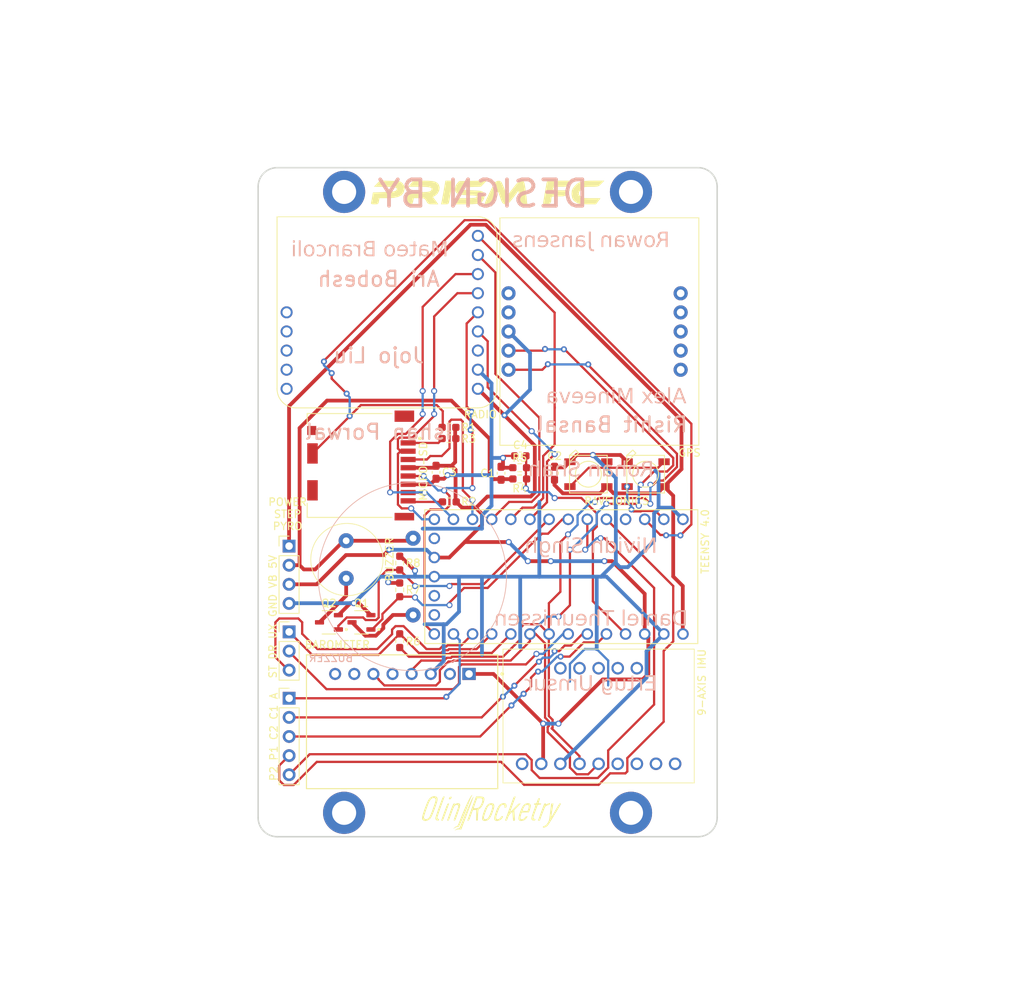
<source format=kicad_pcb>
(kicad_pcb (version 20221018) (generator pcbnew)
  (layers (0 "F.Cu" signal) (31 "B.Cu" signal) (34 "B.Paste" user) (35 "F.Paste" user) (36 "B.SilkS" user "B.Silkscreen") (37 "F.SilkS" user "F.Silkscreen") (38 "B.Mask" user) (39 "F.Mask" user) (44 "Edge.Cuts" user))
  (net 0 "")
  (net 1 "GND")
  (net 2 "/PYRO 1")
  (net 3 "/PYRO 2")
  (net 4 "/CONT 1")
  (net 5 "/CONT 2")
  (net 6 "/ARM")
  (net 7 "Net-(J1-DAT2)")
  (net 8 "/MISO")
  (net 9 "/BUZZER 1")
  (net 10 "/SD_CS")
  (net 16 "/3.3V")
  (net 19 "/VBAT")
  (net 23 "/BUZZER 2")
  (net 26 "/SD_SCK")
  (net 27 "/MOSI")
  (net 28 "/5V")
  (net 29 "Net-(J1-DAT1)")
  (net 30 "/STEP")
  (net 31 "/DIR")
  (net 36 "/V_Mon")
  (net 37 "/Radio_RST")
  (net 38 "/CS 1")
  (net 39 "/RX 5")
  (net 41 "/NEOPIXEL")
  (net 51 "Net-(D3-DIN)")
  (net 52 "/SDA")
  (net 53 "/SCL")
  (net 55 "/SD_DETECT")
  (net 60 "Net-(R6-Pad1)")
  (net 61 "/UART")
  (net 62 "Net-(U5-N)")
  (net 63 "Net-(U6-N)")
  (footprint "Resistor_SMD:R_0603_1608Metric_Pad0.98x0.95mm_HandSolder" (layer "F.Cu") (at 125.984 106.172 -90)
    (fp_text reference "R7")
    (fp_text value "10k")
  )
  (footprint "rocketry_footprints:HRS_DM3CS-SF" (layer "F.Cu") (at 120.75 89.85 90)
    (fp_text reference "J1" hide)
    (fp_text value "Micro_SD_Card_Det_Hirose_DM3AT" hide)
  )
  (footprint "MountingHole:MountingHole_3.2mm_M3_DIN965_Pad_TopBottom" (layer "F.Cu") (at 156.7 53.3)
    (fp_text reference "H2" hide)
    (fp_text value "MountingHole" hide)
  )
  (footprint "rocketry_footprints:Adafruit_Industries-3966-MFG" (layer "F.Cu") (at 126.3 123.698 180)
    (fp_text reference "U3" hide)
    (fp_text value "3966" hide)
  )
  (footprint "rocketry_footprints:SOT95P280X125-3N" (layer "F.Cu") (at 120.904 110.49 180)
    (fp_text reference "Q1")
    (fp_text value "AO3400A")
  )
  (footprint "Connector_PinHeader_2.54mm:PinHeader_1x05_P2.54mm_Vertical" (layer "F.Cu") (at 111.3 120.58)
    (fp_text reference "Pyro1" hide)
    (fp_text value "Conn_01x05_Socket" hide)
  )
  (footprint "MountingHole:MountingHole_3.2mm_M3_DIN965_Pad_TopBottom" (layer "F.Cu") (at 118.6 135.8)
    (fp_text reference "H3" hide)
    (fp_text value "MountingHole" hide)
  )
  (footprint "Capacitor_SMD:C_0603_1608Metric_Pad1.08x0.95mm_HandSolder" (layer "F.Cu") (at 130.81 90.547 90)
    (fp_text reference "C3")
    (fp_text value "0.1uf" hide)
  )
  (footprint "MountingHole:MountingHole_3.2mm_M3_DIN965_Pad_TopBottom" (layer "F.Cu") (at 156.7 135.8)
    (fp_text reference "H4" hide)
    (fp_text value "MountingHole" hide)
  )
  (footprint "rocketry_footprints:CMI-9605-1280T" (layer "F.Cu") (at 118.872 102.148 -90)
    (fp_text reference "U6" hide)
    (fp_text value "CMI-9605-1280T" hide)
  )
  (footprint "rocketry_footprints:RFM69HCW_Breakout" (layer "F.Cu") (at 124.3 69.3)
    (fp_text reference "U4" hide)
    (fp_text value "RFM69HCW_Breakout" hide)
  )
  (footprint "Resistor_SMD:R_0603_1608Metric_Pad0.98x0.95mm_HandSolder" (layer "F.Cu") (at 125.984 112.9265 90)
    (fp_text reference "R6")
    (fp_text value "1k" hide)
  )
  (footprint "LOGO" (layer "F.Cu") (at 137.506882 53.550235)
    (fp_text reference "")
    (fp_text value "LOGO" hide)
  )
  (footprint "rocketry_footprints:IMU MIni" (layer "F.Cu") (at 152.4 122.936)
    (fp_text reference "J3" hide)
    (fp_text value "3387" hide)
  )
  (footprint "LOGO" (layer "F.Cu") (at 138.073368 135.600562)
    (fp_text reference "G***" hide)
    (fp_text value "LOGO" hide)
  )
  (footprint "Resistor_SMD:R_0603_1608Metric_Pad0.98x0.95mm_HandSolder" (layer "F.Cu") (at 132.525 86.072 180)
    (fp_text reference "R3")
    (fp_text value "10k" hide)
  )
  (footprint "Resistor_SMD:R_0603_1608Metric_Pad0.98x0.95mm_HandSolder" (layer "F.Cu") (at 132.525 84.582)
    (fp_text reference "R1")
    (fp_text value "10k" hide)
  )
  (footprint "rocketry_footprints:MODULE_DEV-15583" (layer "F.Cu") (at 147.09 104.42 -90)
    (fp_text reference "U1" hide)
    (fp_text value "Teensy4.0" hide)
  )
  (footprint "rocketry_footprints:GPS-14414" (layer "F.Cu") (at 151.7365 71.977 -90)
    (fp_text reference "U2" hide)
    (fp_text value "GPS-14414" hide)
  )
  (footprint "rocketry_footprints:SOT95P280X125-3N" (layer "F.Cu") (at 116.586 110.49 180)
    (fp_text reference "Q2")
    (fp_text value "AO3400A" hide)
  )
  (footprint "Connector_PinHeader_2.54mm:PinHeader_1x04_P2.54mm_Vertical" (layer "F.Cu") (at 111.29 100.36)
    (fp_text reference "Power1" hide)
    (fp_text value "Conn_01x04_Socket" hide)
  )
  (footprint "Resistor_SMD:R_0603_1608Metric_Pad0.98x0.95mm_HandSolder" (layer "F.Cu") (at 132.575 94.488)
    (fp_text reference "R2")
    (fp_text value "10k" hide)
  )
  (footprint "rocketry_footprints:WS2812B" (layer "F.Cu") (at 151.04 90.804)
    (fp_text reference "D3" hide)
    (fp_text value "WS2812B" hide)
  )
  (footprint "Resistor_SMD:R_0603_1608Metric_Pad0.98x0.95mm_HandSolder" (layer "F.Cu") (at 125.984 102.616 -90)
    (fp_text reference "R8")
    (fp_text value "10k")
  )
  (footprint "Resistor_SMD:R_0603_1608Metric_Pad0.98x0.95mm_HandSolder" (layer "F.Cu") (at 141.917 89.944 180)
    (fp_text reference "R5")
    (fp_text value "15k" hide)
  )
  (footprint "MountingHole:MountingHole_3.2mm_M3_DIN965_Pad_TopBottom" (layer "F.Cu") (at 118.6 53.3)
    (fp_text reference "H1" hide)
    (fp_text value "MountingHole" hide)
  )
  (footprint "Connector_PinHeader_2.54mm:PinHeader_1x03_P2.54mm_Vertical" (layer "F.Cu") (at 111.3 111.76)
    (fp_text reference "Stepper1" hide)
    (fp_text value "Conn_01x03_Socket" hide)
  )
  (footprint "rocketry_footprints:WS2812B" (layer "F.Cu") (at 158.64 90.804)
    (fp_text reference "D5" hide)
    (fp_text value "WS2812B" hide)
  )
  (footprint "Capacitor_SMD:C_0603_1608Metric" (layer "F.Cu") (at 142 88.37)
    (fp_text reference "C4")
    (fp_text value "10uf" hide)
  )
  (footprint "Resistor_SMD:R_0603_1608Metric_Pad0.98x0.95mm_HandSolder" (layer "F.Cu") (at 141.923 91.44)
    (fp_text reference "R4")
    (fp_text value "56k" hide)
  )
  (footprint "Capacitor_SMD:C_0603_1608Metric_Pad1.08x0.95mm_HandSolder" (layer "F.Cu") (at 139.446 90.678 90)
    (fp_text reference "C1")
    (fp_text value "0.1uf" hide)
  )
  (footprint "Capacitor_SMD:C_0603_1608Metric_Pad1.08x0.95mm_HandSolder" (layer "F.Cu") (at 146.54 90.679 -90)
    (fp_text reference "C2")
    (fp_text value "0.1uf" hide)
  )
  (footprint "rocketry_footprints:CT25E-16T150-1" (layer "B.Cu") (at 127.762 104.414 -90)
    (fp_text reference "U5" hide)
    (fp_text value "CT25E-16T150-1" hide)
  )
  (gr_line (start 168.14 136.435) (end 168.14 52.615) (stroke (width 0.2)) (layer "Edge.Cuts"))
  (gr_line (start 109.72 138.975) (end 165.6 138.975) (stroke (width 0.2)) (layer "Edge.Cuts"))
  (gr_arc (start 168.14 136.435) (mid 167.396051 138.231051) (end 165.6 138.975) (stroke (width 0.2)) (layer "Edge.Cuts"))
  (gr_line (start 107.18 52.615) (end 107.18 136.435) (stroke (width 0.2)) (layer "Edge.Cuts"))
  (gr_line (start 165.6 50.075) (end 109.72 50.075) (stroke (width 0.2)) (layer "Edge.Cuts"))
  (gr_arc (start 107.18 52.615) (mid 107.923949 50.818949) (end 109.72 50.075) (stroke (width 0.2)) (layer "Edge.Cuts"))
  (gr_arc (start 165.6 50.075) (mid 167.396051 50.818949) (end 168.14 52.615) (stroke (width 0.2)) (layer "Edge.Cuts"))
  (gr_arc (start 109.72 138.975) (mid 107.923949 138.231051) (end 107.18 136.435) (stroke (width 0.2)) (layer "Edge.Cuts"))
  (gr_text "Ertug Umsur" (at 151.384 119.888) (layer "B.SilkS") (effects (font (size 2 2)) (justify bottom mirror)))
  (gr_text "Daniel Theunissen" (at 151.384 111.252) (layer "B.SilkS") (effects (font (size 2 2)) (justify bottom mirror)))
  (gr_text "Mateo Brancoli" (at 122 62.19) (layer "B.SilkS") (effects (font (size 2 2)) (justify bottom mirror)))
  (gr_text "Ishan Porwal" (at 123.19 86.36) (layer "B.SilkS") (effects (font (size 2 2) (thickness 0.3)) (justify bottom mirror)))
  (gr_text "Rowan Jansens" (at 151.384 60.96) (layer "B.SilkS") (effects (font (size 2 2)) (justify bottom mirror)))
  (gr_text "Nividh Singh" (at 151.384 101.6) (layer "B.SilkS") (effects (font (size 2 2)) (justify bottom mirror)))
  (gr_text "Rohan Shah" (at 151.384 91.44) (layer "B.SilkS") (effects (font (size 2 2)) (justify bottom mirror)))
  (gr_text "Alex Mineeva" (at 154.72 81.72) (layer "B.SilkS") (effects (font (size 2 2)) (justify bottom mirror)))
  (gr_text "BUZZER" (at 119.888 115.824) (layer "B.SilkS") (effects (font (size 1 1)) (justify left bottom mirror)))
  (gr_text "DESIGN BY" (at 151.39 55.59) (layer "B.SilkS") (effects (font (size 3.5 3.5) (thickness 0.5)) (justify left bottom mirror)))
  (gr_text "Jojo Liu" (at 123.19 76.2) (layer "B.SilkS") (effects (font (size 2 2) (thickness 0.3)) (justify bottom mirror)))
  (gr_text "Ari Bobesh" (at 123.19 66.04) (layer "B.SilkS") (effects (font (size 2 2) (thickness 0.3)) (justify bottom mirror)))
  (gr_text "Rishit Bansal" (at 154.15 85.39) (layer "B.SilkS") (effects (font (size 2 2) (thickness 0.3)) (justify bottom mirror)))
  (gr_text "ST DR UX\n" (at 109.728 114.3 90) (layer "F.SilkS") (effects (font (size 1 1)) (justify bottom)))
  (gr_text "9-AXIS IMU" (at 166.7 123 90) (layer "F.SilkS") (effects (font (size 1 1)) (justify left bottom)))
  (gr_text "RAVEIONICS\n" (at 150.39 94.954) (layer "F.SilkS") (effects (font (size 1 1)) (justify left bottom)))
  (gr_text "GPS" (at 162.9 88.55) (layer "F.SilkS") (effects (font (size 1 1)) (justify left bottom)))
  (gr_text "BAROMETER" (at 113.284 114.046) (layer "F.SilkS") (effects (font (size 1 1)) (justify left bottom)))
  (gr_text "GND VB 5V" (at 109.728 105.664 90) (layer "F.SilkS") (effects (font (size 1 1)) (justify bottom)))
  (gr_text "TEENSY 4.0" (at 167.132 104.14 90) (layer "F.SilkS") (effects (font (size 1 1)) (justify left bottom)))
  (gr_text "POWER\nSTEP\nPYRO" (at 111.09 98.31) (layer "F.SilkS") (effects (font (size 1 1)) (justify bottom)))
  (gr_text "P2 P1 C2 C1 A" (at 109.85 125.7 90) (layer "F.SilkS") (effects (font (size 1 1)) (justify bottom)))
  (gr_text "RADIO" (at 134.4 83.45) (layer "F.SilkS") (effects (font (size 1 1)) (justify left bottom)))
  (gr_text "MICRO-SD" (at 129.7 94.45 90) (layer "F.SilkS") (effects (font (size 1 1)) (justify left bottom)))
  (gr_text "BUZZER" (at 125.222 105.156 90) (layer "F.SilkS") (effects (font (size 1 1)) (justify left bottom)))
  (segment (start 130.81 91.4095) (end 131.8565 91.4095) (width 0.5) (layer "F.Cu") (net 1))
  (segment (start 131.8565 91.4095) (end 132.334 90.932) (width 0.5) (layer "F.Cu") (net 1))
  (segment (start 141.225 88.37) (end 139.976 88.37) (width 0.3) (layer "F.Cu") (net 1))
  (segment (start 141.092 89.944) (end 139.728 89.944) (width 0.5) (layer "F.Cu") (net 1))
  (segment (start 126.0875 101.7035) (end 125.984 101.7035) (width 0.5) (layer "F.Cu") (net 1))
  (segment (start 139.728 89.944) (end 139.7 89.916) (width 0.5) (layer "F.Cu") (net 1))
  (segment (start 155.29 88.254) (end 149.49 88.254) (width 0.5) (layer "F.Cu") (net 1))
  (segment (start 156.19 89.154) (end 155.29 88.254) (width 0.5) (layer "F.Cu") (net 1))
  (segment (start 119.888 107.95) (end 119.431 107.95) (width 0.5) (layer "F.Cu") (net 1))
  (segment (start 146.54 89.904) (end 147.84 89.904) (width 0.5) (layer "F.Cu") (net 1))
  (segment (start 119.888 107.95) (end 120.569 107.95) (width 0.5) (layer "F.Cu") (net 1))
  (segment (start 147.84 89.904) (end 148.59 89.154) (width 0.5) (layer "F.Cu") (net 1))
  (segment (start 149.49 88.254) (end 148.59 89.154) (width 0.5) (layer "F.Cu") (net 1))
  (segment (start 130.0695 92.15) (end 127.1 92.15) (width 0.5) (layer "F.Cu") (net 1))
  (segment (start 130.81 91.4095) (end 130.0695 92.15) (width 0.5) (layer "F.Cu") (net 1))
  (segment (start 128.016 103.632) (end 126.0875 101.7035) (width 0.5) (layer "F.Cu") (net 1))
  (segment (start 120.569 107.95) (end 122.159 109.54) (width 0.5) (layer "F.Cu") (net 1))
  (segment (start 119.431 107.95) (end 117.841 109.54) (width 0.5) (layer "F.Cu") (net 1))
  (segment (start 124.46 105.156) (end 124.5635 105.2595) (width 0.5) (layer "F.Cu") (net 1))
  (segment (start 139.7 89.916) (end 139.7 88.646) (width 0.5) (layer "F.Cu") (net 1))
  (segment (start 139.976 88.37) (end 139.7 88.646) (width 0.3) (layer "F.Cu") (net 1))
  (segment (start 124.5635 105.2595) (end 125.984 105.2595) (width 0.5) (layer "F.Cu") (net 1))
  (via (at 124.46 105.156) (size 0.8) (drill 0.5) (layers "F.Cu" "B.Cu") (net 1))
  (via (at 132.334 90.932) (size 0.8) (drill 0.5) (layers "F.Cu" "B.Cu") (net 1))
  (via (at 128.016 103.632) (size 0.8) (drill 0.5) (layers "F.Cu" "B.Cu") (net 1))
  (via (at 139.7 88.646) (size 0.8) (drill 0.5) (layers "F.Cu" "B.Cu") (net 1))
  (via (at 151.638 88.254) (size 0.8) (drill 0.5) (layers "F.Cu" "B.Cu") (net 1))
  (via (at 119.888 107.95) (size 0.8) (drill 0.5) (layers "F.Cu" "B.Cu") (net 1))
  (segment (start 159.845 95.933) (end 160.528 95.25) (width 0.5) (layer "B.Cu") (net 1))
  (segment (start 124.46 104.42) (end 123.418 104.42) (width 0.5) (layer "B.Cu") (net 1))
  (segment (start 153.44 104.42) (end 152.721468 104.42) (width 0.5) (layer "B.Cu") (net 1))
  (segment (start 153.67 115.57) (end 153.67 118.872) (width 0.3) (layer "B.Cu") (net 1))
  (segment (start 155.23 103.16) (end 156.27 103.16) (width 0.5) (layer "B.Cu") (net 1))
  (segment (start 152.146 114.046) (end 153.67 115.57) (width 0.3) (layer "B.Cu") (net 1))
  (segment (start 148.59 116.010305) (end 148.59 118.364) (width 0.3) (layer "B.Cu") (net 1))
  (segment (start 160.362 95.416) (end 159.845 95.933) (width 0.5) (layer "B.Cu") (net 1))
  (segment (start 138.176 88.646) (end 138.176 90.932) (width 0.5) (layer "B.Cu") (net 1))
  (segment (start 161.06 112.04) (end 153.44 104.42) (width 0.5) (layer "B.Cu") (net 1))
  (segment (start 128.016 103.632) (end 128.016 104.42) (width 0.5) (layer "B.Cu") (net 1))
  (segment (start 141.986 104.42) (end 144.526 104.42) (width 0.5) (layer "B.Cu") (net 1))
  (segment (start 130.11 117.348) (end 131.826 115.632) (width 0.5) (layer "B.Cu") (net 1))
  (segment (start 154.605734 102.535734) (end 155.23 103.16) (width 0.5) (layer "B.Cu") (net 1))
  (segment (start 141.986 104.42) (end 141.986 113.792) (width 0.5) (layer "B.Cu") (net 1))
  (segment (start 156.27 103.16) (end 159.766 99.664) (width 0.5) (layer "B.Cu") (net 1))
  (segment (start 162.05 95.25) (end 163.6 96.8) (width 0.5) (layer "B.Cu") (net 1))
  (segment (start 138.176 78.731) (end 138.176 88.646) (width 0.5) (layer "B.Cu") (net 1))
  (segment (start 130.58 104.42) (end 128.016 104.42) (width 0.5) (layer "B.Cu") (net 1))
  (segment (start 136.906 98.044) (end 129.032 98.044) (width 0.5) (layer "B.Cu") (net 1))
  (segment (start 128.016 104.42) (end 124.46 104.42) (width 0.5) (layer "B.Cu") (net 1))
  (segment (start 160.528 95.25) (end 162.05 95.25) (width 0.5) (layer "B.Cu") (net 1))
  (segment (start 159.766 99.664) (end 159.766 96.012) (width 0.5) (layer "B.Cu") (net 1))
  (segment (start 136.365 76.92) (end 138.176 78.731) (width 0.5) (layer "B.Cu") (net 1))
  (segment (start 133.858 104.42) (end 130.58 104.42) (width 0.5) (layer "B.Cu") (net 1))
  (segment (start 144.526 104.42) (end 144.526 94.488) (width 0.5) (layer "B.Cu") (net 1))
  (segment (start 151.638 88.254) (end 154.686 91.302) (width 0.5) (layer "B.Cu") (net 1))
  (segment (start 159.766 96.012) (end 159.845 95.933) (width 0.5) (layer "B.Cu") (net 1))
  (segment (start 159.9225 90.3265) (end 160.362 90.766) (width 0.5) (layer "B.Cu") (net 1))
  (segment (start 132.1915 110.744) (end 133.858 109.0775) (width 0.5) (layer "B.Cu") (net 1))
  (segment (start 154.686 91.302) (end 154.686 102.455468) (width 0.5) (layer "B.Cu") (net 1))
  (segment (start 152.146 104.42) (end 152.146 114.046) (width 0.5) (layer "B.Cu") (net 1))
  (segment (start 154.686 102.455468) (end 154.605734 102.535734) (width 0.5) (layer "B.Cu") (net 1))
  (segment (start 132.334 90.932) (end 138.176 90.932) (width 0.5) (layer "B.Cu") (net 1))
  (segment (start 147.32 129.286) (end 158.7625 117.8435) (width 0.5) (layer "B.Cu") (net 1))
  (segment (start 119.888 107.95) (end 111.3 107.95) (width 0.5) (layer "B.Cu") (net 1))
  (segment (start 138.176 90.932) (end 138.176 95.002532) (width 0.5) (layer "B.Cu") (net 1))
  (segment (start 133.858 109.0775) (end 133.858 104.42) (width 0.5) (layer "B.Cu") (net 1))
  (segment (start 124.46 105.156) (end 124.46 104.42) (width 0.5) (layer "B.Cu") (net 1))
  (segment (start 136.906 96.272532) (end 136.906 98.044) (width 0.5) (layer "B.Cu") (net 1))
  (segment (start 123.418 104.42) (end 119.888 107.95) (width 0.5) (layer "B.Cu") (net 1))
  (segment (start 144.526 104.42) (end 152.146 104.42) (width 0.5) (layer "B.Cu") (net 1))
  (segment (start 131.826 110.775) (end 131.795 110.744) (width 0.5) (layer "B.Cu") (net 1))
  (segment (start 152.721468 104.42) (end 154.605734 102.535734) (width 0.5) (layer "B.Cu") (net 1))
  (segment (start 136.906 104.42) (end 141.986 104.42) (width 0.5) (layer "B.Cu") (net 1))
  (segment (start 136.906 104.42) (end 136.906 114.808) (width 0.5) (layer "B.Cu") (net 1))
  (segment (start 139.7 88.646) (end 138.176 88.646) (width 0.5) (layer "B.Cu") (net 1))
  (segment (start 150.554305 114.046) (end 148.59 116.010305) (width 0.3) (layer "B.Cu") (net 1))
  (segment (start 158.7625 117.8435) (end 158.7625 114.3375) (width 0.5) (layer "B.Cu") (net 1))
  (segment (start 131.826 115.632) (end 131.826 110.775) (width 0.5) (layer "B.Cu") (net 1))
  (segment (start 131.795 110.744) (end 129.286 110.744) (width 0.5) (layer "B.Cu") (net 1))
  (segment (start 158.7625 114.3375) (end 161.06 112.04) (width 0.5) (layer "B.Cu") (net 1))
  (segment (start 152.146 104.42) (end 152.721468 104.42) (width 0.5) (layer "B.Cu") (net 1))
  (segment (start 130.58 104.42) (end 136.906 104.42) (width 0.5) (layer "B.Cu") (net 1))
  (segment (start 131.795 110.744) (end 132.1915 110.744) (width 0.5) (layer "B.Cu") (net 1))
  (segment (start 138.176 95.002532) (end 136.906 96.272532) (width 0.5) (layer "B.Cu") (net 1))
  (segment (start 152.146 114.046) (end 150.554305 114.046) (width 0.3) (layer "B.Cu") (net 1))
  (segment (start 160.362 90.766) (end 160.362 95.416) (width 0.5) (layer "B.Cu") (net 1))
  (segment (start 109.982 131.482682) (end 109.982 129.518) (width 0.3) (layer "F.Cu") (net 2))
  (segment (start 139.446 129.032) (end 114.972682 129.032) (width 0.3) (layer "F.Cu") (net 2))
  (segment (start 161.036 123.698) (end 156.21 128.524) (width 0.3) (layer "F.Cu") (net 2))
  (segment (start 142.494 132.08) (end 139.446 129.032) (width 0.3) (layer "F.Cu") (net 2))
  (segment (start 161.036 114.292) (end 161.036 123.698) (width 0.3) (layer "F.Cu") (net 2))
  (segment (start 109.982 129.518) (end 111.3 128.2) (width 0.3) (layer "F.Cu") (net 2))
  (segment (start 111.900682 132.104) (end 110.603318 132.104) (width 0.3) (layer "F.Cu") (net 2))
  (segment (start 155.956 130.556) (end 153.924 130.556) (width 0.3) (layer "F.Cu") (net 2))
  (segment (start 114.972682 129.032) (end 111.900682 132.104) (width 0.3) (layer "F.Cu") (net 2))
  (segment (start 162.306 113.022) (end 161.036 114.292) (width 0.3) (layer "F.Cu") (net 2))
  (segment (start 156.21 130.302) (end 155.956 130.556) (width 0.3) (layer "F.Cu") (net 2))
  (segment (start 110.603318 132.104) (end 109.982 131.482682) (width 0.3) (layer "F.Cu") (net 2))
  (segment (start 156.21 128.524) (end 156.21 130.302) (width 0.3) (layer "F.Cu") (net 2))
  (segment (start 152.4 132.08) (end 142.494 132.08) (width 0.3) (layer "F.Cu") (net 2))
  (segment (start 162.306 105.666) (end 162.306 113.022) (width 0.3) (layer "F.Cu") (net 2))
  (segment (start 153.44 96.8) (end 162.306 105.666) (width 0.3) (layer "F.Cu") (net 2))
  (segment (start 153.924 130.556) (end 152.4 132.08) (width 0.3) (layer "F.Cu") (net 2))
  (segment (start 159.766 105.918) (end 159.766 121.412) (width 0.3) (layer "F.Cu") (net 3))
  (segment (start 153.162 99.314) (end 159.766 105.918) (width 0.3) (layer "F.Cu") (net 3))
  (segment (start 153.67 127.508) (end 153.67 129.794) (width 0.3) (layer "F.Cu") (net 3))
  (segment (start 152.286061 131.177939) (end 144.566591 131.177939) (width 0.3) (layer "F.Cu") (net 3))
  (segment (start 143.51 130.121348) (end 143.51 128.778) (width 0.3) (layer "F.Cu") (net 3))
  (segment (start 159.766 121.412) (end 153.67 127.508) (width 0.3) (layer "F.Cu") (net 3))
  (segment (start 153.67 129.794) (end 152.286061 131.177939) (width 0.3) (layer "F.Cu") (net 3))
  (segment (start 142.748 128.016) (end 114.024 128.016) (width 0.3) (layer "F.Cu") (net 3))
  (segment (start 150.9 100.56) (end 150.9 96.8) (width 0.3) (layer "F.Cu") (net 3))
  (segment (start 150.622 100.838) (end 150.9 100.56) (width 0.3) (layer "F.Cu") (net 3))
  (segment (start 152.654 99.314) (end 153.162 99.314) (width 0.3) (layer "F.Cu") (net 3))
  (segment (start 114.024 128.016) (end 111.3 130.74) (width 0.3) (layer "F.Cu") (net 3))
  (segment (start 143.51 128.778) (end 142.748 128.016) (width 0.3) (layer "F.Cu") (net 3))
  (segment (start 144.566591 131.177939) (end 143.51 130.121348) (width 0.3) (layer "F.Cu") (net 3))
  (via (at 152.654 99.314) (size 0.8) (drill 0.5) (layers "F.Cu" "B.Cu") (net 3))
  (via (at 150.622 100.838) (size 0.8) (drill 0.5) (layers "F.Cu" "B.Cu") (net 3))
  (segment (start 150.622 100.838) (end 152.146 99.314) (width 0.3) (layer "B.Cu") (net 3))
  (segment (start 152.146 99.314) (end 152.654 99.314) (width 0.3) (layer "B.Cu") (net 3))
  (segment (start 139.69 120.37) (end 139.69 120.3) (width 0.3) (layer "F.Cu") (net 4))
  (segment (start 139.62 120.37) (end 139.69 120.37) (width 0.3) (layer "F.Cu") (net 4))
  (segment (start 148.71 113.58) (end 150.25 112.04) (width 0.3) (layer "F.Cu") (net 4))
  (segment (start 144.4 115.72) (end 141.21 118.91) (width 0.3) (layer "F.Cu") (net 4))
  (segment (start 147.89 113.58) (end 148.71 113.58) (width 0.3) (layer "F.Cu") (net 4))
  (segment (start 150.25 112.04) (end 150.9 112.04) (width 0.3) (layer "F.Cu") (net 4))
  (segment (start 147.15 114.32) (end 147.89 113.58) (width 0.3) (layer "F.Cu") (net 4))
  (segment (start 144.47 115.72) (end 144.4 115.72) (width 0.3) (layer "F.Cu") (net 4))
  (segment (start 146.55 114.32) (end 147.15 114.32) (width 0.3) (layer "F.Cu") (net 4))
  (segment (start 136.87 123.12) (end 139.62 120.37) (width 0.3) (layer "F.Cu") (net 4))
  (segment (start 111.3 123.12) (end 136.87 123.12) (width 0.3) (layer "F.Cu") (net 4))
  (segment (start 144.47 115.72) (end 144.46 115.73) (width 0.3) (layer "F.Cu") (net 4))
  (segment (start 139.69 120.3) (end 139.64 120.35) (width 0.3) (layer "F.Cu") (net 4))
  (via (at 144.47 115.72) (size 0.8) (drill 0.4) (layers "F.Cu" "B.Cu") (net 4))
  (via (at 141.21 118.91) (size 0.8) (drill 0.4) (layers "F.Cu" "B.Cu") (net 4))
  (via (at 139.69 120.37) (size 0.8) (drill 0.4) (layers "F.Cu" "B.Cu") (net 4))
  (via (at 146.55 114.32) (size 0.8) (drill 0.4) (layers "F.Cu" "B.Cu") (net 4))
  (segment (start 141.21 118.91) (end 141.04 119.02) (width 0.3) (layer "B.Cu") (net 4))
  (segment (start 139.69 120.37) (end 141.21 118.91) (width 0.3) (layer "B.Cu") (net 4))
  (segment (start 145.926107 115.181) (end 145.009 115.181) (width 0.3) (layer "B.Cu") (net 4))
  (segment (start 146.55 114.32) (end 146.55 114.557107) (width 0.3) (layer "B.Cu") (net 4))
  (segment (start 145.009 115.181) (end 144.47 115.72) (width 0.3) (layer "B.Cu") (net 4))
  (segment (start 146.55 114.557107) (end 145.926107 115.181) (width 0.3) (layer "B.Cu") (net 4))
  (segment (start 131.98 120.58) (end 132.12 120.44) (width 0.3) (layer "F.Cu") (net 5))
  (segment (start 111.3 120.58) (end 131.98 120.58) (width 0.3) (layer "F.Cu") (net 5))
  (via (at 132.178012 120.391202) (size 0.8) (drill 0.4) (layers "F.Cu" "B.Cu") (net 5))
  (segment (start 132.178012 120.391202) (end 133.95 118.619214) (width 0.3) (layer "B.Cu") (net 5))
  (segment (start 133.95 118.619214) (end 133.95 112.87) (width 0.3) (layer "B.Cu") (net 5))
  (segment (start 133.95 112.87) (end 133.12 112.04) (width 0.3) (layer "B.Cu") (net 5))
  (segment (start 140.82 121.53) (end 140.82 121.51) (width 0.3) (layer "F.Cu") (net 6))
  (segment (start 144.23 117.03) (end 144.36 117.03) (width 0.3) (layer "F.Cu") (net 6))
  (segment (start 148.545896 115.044104) (end 150.435 113.155) (width 0.3) (layer "F.Cu") (net 6))
  (segment (start 111.3 125.66) (end 136.67 125.66) (width 0.3) (layer "F.Cu") (net 6))
  (segment (start 143.42 119.01) (end 143.42 117.84) (width 0.3) (layer "F.Cu") (net 6))
  (segment (start 147.345384 115.044104) (end 148.545896 115.044104) (width 0.3) (layer "F.Cu") (net 6))
  (segment (start 140.82 121.51) (end 140.81 121.52) (width 0.3) (layer "F.Cu") (net 6))
  (segment (start 143.42 117.84) (end 144.23 117.03) (width 0.3) (layer "F.Cu") (net 6))
  (segment (start 142.44 119.99) (end 143.42 119.01) (width 0.3) (layer "F.Cu") (net 6))
  (segment (start 150.435 113.155) (end 152.325 113.155) (width 0.3) (layer "F.Cu") (net 6))
  (segment (start 136.67 125.66) (end 140.8 121.53) (width 0.3) (layer "F.Cu") (net 6))
  (segment (start 152.325 113.155) (end 153.44 112.04) (width 0.3) (layer "F.Cu") (net 6))
  (segment (start 140.8 121.53) (end 140.82 121.53) (width 0.3) (layer "F.Cu") (net 6))
  (via (at 142.44 119.99) (size 0.8) (drill 0.4) (layers "F.Cu" "B.Cu") (net 6))
  (via (at 140.82 121.53) (size 0.8) (drill 0.4) (layers "F.Cu" "B.Cu") (net 6))
  (via (at 144.36 117.03) (size 0.8) (drill 0.4) (layers "F.Cu" "B.Cu") (net 6))
  (via (at 147.345384 115.044104) (size 0.8) (drill 0.4) (layers "F.Cu" "B.Cu") (net 6))
  (segment (start 140.82 121.53) (end 142.36 119.99) (width 0.3) (layer "B.Cu") (net 6))
  (segment (start 142.36 119.99) (end 142.44 119.99) (width 0.3) (layer "B.Cu") (net 6))
  (segment (start 144.91 117.03) (end 144.36 117.03) (width 0.3) (layer "B.Cu") (net 6))
  (segment (start 147.345384 115.044104) (end 146.895896 115.044104) (width 0.3) (layer "B.Cu") (net 6))
  (segment (start 142.44 119.99) (end 142.4 119.99) (width 0.3) (layer "B.Cu") (net 6))
  (segment (start 146.895896 115.044104) (end 144.91 117.03) (width 0.3) (layer "B.Cu") (net 6))
  (segment (start 131.122 86.65) (end 131.7 86.072) (width 0.3) (layer "F.Cu") (net 7))
  (segment (start 127.1 86.65) (end 131.122 86.65) (width 0.3) (layer "F.Cu") (net 7))
  (segment (start 130.556 83.058) (end 127.664 85.95) (width 0.3) (layer "F.Cu") (net 8))
  (segment (start 125.75 87.4) (end 126.1 87.75) (width 0.3) (layer "F.Cu") (net 8))
  (segment (start 125.955024 85.95) (end 125.75 86.155024) (width 0.3) (layer "F.Cu") (net 8))
  (segment (start 127.664 85.95) (end 125.955024 85.95) (width 0.3) (layer "F.Cu") (net 8))
  (segment (start 127.508 95.3505) (end 126.255524 95.3505) (width 0.3) (layer "F.Cu") (net 8))
  (segment (start 125.75 94.844976) (end 125.75 88.1) (width 0.3) (layer "F.Cu") (net 8))
  (segment (start 130.556 79.756) (end 130.556 69.85) (width 0.3) (layer "F.Cu") (net 8))
  (segment (start 133.646 66.76) (end 136.365 66.76) (width 0.3) (layer "F.Cu") (net 8))
  (segment (start 130.556 69.85) (end 133.646 66.76) (width 0.3) (layer "F.Cu") (net 8))
  (segment (start 126.1 87.75) (end 127.1 87.75) (width 0.3) (layer "F.Cu") (net 8))
  (segment (start 126.255524 95.3505) (end 125.75 94.844976) (width 0.3) (layer "F.Cu") (net 8))
  (segment (start 125.75 86.155024) (end 125.75 87.4) (width 0.3) (layer "F.Cu") (net 8))
  (segment (start 125.75 88.1) (end 126.1 87.75) (width 0.3) (layer "F.Cu") (net 8))
  (segment (start 130.556 82.804) (end 130.556 83.058) (width 0.3) (layer "F.Cu") (net 8))
  (via (at 130.556 82.804) (size 0.8) (drill 0.5) (layers "F.Cu" "B.Cu") (net 8))
  (via (at 127.508 95.3505) (size 0.8) (drill 0.5) (layers "F.Cu" "B.Cu") (net 8))
  (via (at 130.556 79.756) (size 0.8) (drill 0.5) (layers "F.Cu" "B.Cu") (net 8))
  (segment (start 130.556 82.804) (end 130.556 79.756) (width 0.3) (layer "B.Cu") (net 8))
  (segment (start 130.58 96.8) (end 128.9575 96.8) (width 0.3) (layer "B.Cu") (net 8))
  (segment (start 128.9575 96.8) (end 127.508 95.3505) (width 0.3) (layer "B.Cu") (net 8))
  (segment (start 132.588 107.8625) (end 134.5325 105.918) (width 0.3) (layer "F.Cu") (net 9))
  (segment (start 137.668 105.918) (end 144.872 98.714) (width 0.3) (layer "F.Cu") (net 9))
  (segment (start 122.30924 111.44) (end 122.159 111.44) (width 0.3) (layer "F.Cu") (net 9))
  (segment (start 127.9125 107.0845) (end 125.984 107.0845) (width 0.3) (layer "F.Cu") (net 9))
  (segment (start 123.69 109.3785) (end 123.69 110.05924) (width 0.3) (layer "F.Cu") (net 9))
  (segment (start 147.595 96.8) (end 148.36 96.8) (width 0.3) (layer "F.Cu") (net 9))
  (segment (start 123.69 110.05924) (end 122.30924 111.44) (width 0.3) (layer "F.Cu") (net 9))
  (segment (start 128.016 107.188) (end 127.9125 107.0845) (width 0.3) (layer "F.Cu") (net 9))
  (segment (start 145.681 98.714) (end 147.595 96.8) (width 0.3) (layer "F.Cu") (net 9))
  (segment (start 134.5325 105.918) (end 137.668 105.918) (width 0.3) (layer "F.Cu") (net 9))
  (segment (start 144.872 98.714) (end 145.681 98.714) (width 0.3) (layer "F.Cu") (net 9))
  (segment (start 132.588 108.204) (end 132.588 107.8625) (width 0.3) (layer "F.Cu") (net 9))
  (segment (start 125.984 107.0845) (end 123.69 109.3785) (width 0.3) (layer "F.Cu") (net 9))
  (via (at 132.588 108.204) (size 0.8) (drill 0.5) (layers "F.Cu" "B.Cu") (net 9))
  (via (at 128.016 107.188) (size 0.8) (drill 0.5) (layers "F.Cu" "B.Cu") (net 9))
  (segment (start 129.032 108.204) (end 128.016 107.188) (width 0.3) (layer "B.Cu") (net 9))
  (segment (start 132.588 108.204) (end 129.032 108.204) (width 0.3) (layer "B.Cu") (net 9))
  (segment (start 132.6 83.808) (end 132.6 87.364) (width 0.3) (layer "F.Cu") (net 10))
  (segment (start 135.636 94.234) (end 134.366 92.964) (width 0.3) (layer "F.Cu") (net 10))
  (segment (start 132.842 83.566) (end 132.6 83.808) (width 0.3) (layer "F.Cu") (net 10))
  (segment (start 132.6 87.364) (end 131.572 88.392) (width 0.3) (layer "F.Cu") (net 10))
  (segment (start 134.107704 83.566) (end 132.842 83.566) (width 0.3) (layer "F.Cu") (net 10))
  (segment (start 134.366 83.824296) (end 134.107704 83.566) (width 0.3) (layer "F.Cu") (net 10))
  (segment (start 130.048 88.392) (end 129.59 88.85) (width 0.3) (layer "F.Cu") (net 10))
  (segment (start 131.572 88.392) (end 130.048 88.392) (width 0.3) (layer "F.Cu") (net 10))
  (segment (start 129.59 88.85) (end 127.1 88.85) (width 0.3) (layer "F.Cu") (net 10))
  (segment (start 134.366 92.964) (end 134.366 83.824296) (width 0.3) (layer "F.Cu") (net 10))
  (via (at 135.636 94.234) (size 0.8) (drill 0.5) (layers "F.Cu" "B.Cu") (net 10))
  (segment (start 135.636 94.234) (end 135.636 96.776) (width 0.3) (layer "B.Cu") (net 10))
  (segment (start 135.636 96.776) (end 135.66 96.8) (width 0.3) (layer "B.Cu") (net 10))
  (segment (start 145.034 129.032) (end 144.78 129.286) (width 0.5) (layer "F.Cu") (net 16))
  (segment (start 134.2495 95.25) (end 133.4 94.4005) (width 0.5) (layer "F.Cu") (net 16))
  (segment (start 159.0025 117.329617) (end 159.0025 112.5225) (width 0.5) (layer "F.Cu") (net 16))
  (segment (start 138.43 117.348) (end 135.19 117.348) (width 0.5) (layer "F.Cu") (net 16))
  (segment (start 124.57 100.85) (end 123.87 101.55) (width 0.5) (layer "F.Cu") (net 16))
  (segment (start 143.377472 93.772) (end 137.622 93.772) (width 0.5) (layer "F.Cu") (net 16))
  (segment (start 146.05 102.362) (end 143.002 102.362) (width 0.5) (layer "F.Cu") (net 16))
  (segment (start 133.35 89.199) (end 133.35 84.582) (width 0.5) (layer "F.Cu") (net 16))
  (segment (start 139.875 82.97) (end 139.9 82.97) (width 0.5) (layer "F.Cu") (net 16))
  (segment (start 159.0025 112.5225) (end 158.52 112.04) (width 0.5) (layer "F.Cu") (net 16))
  (segment (start 158.254178 118.077939) (end 159.0025 117.329617) (width 0.5) (layer "F.Cu") (net 16))
  (segment (start 140.462 99.822) (end 134.62 99.822) (width 0.5) (layer "F.Cu") (net 16))
  (segment (start 143.926 93.223472) (end 143.377472 93.772) (width 0.5) (layer "F.Cu") (net 16))
  (segment (start 130.5445 89.95) (end 130.81 89.6845) (width 0.5) (layer "F.Cu") (net 16))
  (segment (start 136.365 79.46) (end 139.875 82.97) (width 0.5) (layer "F.Cu") (net 16))
  (segment (start 133.4 94.4005) (end 133.4 90.22) (width 0.5) (layer "F.Cu") (net 16))
  (segment (start 132.562 101.88) (end 134.62 99.822) (width 0.5) (layer "F.Cu") (net 16))
  (segment (start 145.034 123.952) (end 138.43 117.348) (width 0.5) (layer "F.Cu") (net 16))
  (segment (start 118.85 101.55) (end 114.96 105.44) (width 0.5) (layer "F.Cu") (net 16))
  (segment (start 134.62 99.822) (end 136.906 97.536) (width 0.5) (layer "F.Cu") (net 16))
  (segment (start 143.926 87.021) (end 143.926 93.223472) (width 0.5) (layer "F.Cu") (net 16))
  (segment (start 147.066 123.952) (end 152.940061 118.077939) (width 0.5) (layer "F.Cu") (net 16))
  (segment (start 145.034 123.952) (end 145.034 129.032) (width 0.5) (layer "F.Cu") (net 16))
  (segment (start 137.622 93.772) (end 136.144 95.25) (width 0.5) (layer "F.Cu") (net 16))
  (segment (start 132.8645 89.6845) (end 133.35 89.199) (width 0.5) (layer "F.Cu") (net 16))
  (segment (start 136.906 96.093) (end 136.317 95.504) (width 0.5) (layer "F.Cu") (net 16))
  (segment (start 114.96 105.44) (end 111.29 105.44) (width 0.5) (layer "F.Cu") (net 16))
  (segment (start 136.317 95.504) (end 136.063 95.25) (width 0.5) (layer "F.Cu") (net 16))
  (segment (start 158.52 106.704) (end 158.52 112.04) (width 0.5) (layer "F.Cu") (net 16))
  (segment (start 139.9 82.995) (end 143.598 86.693) (width 0.5) (layer "F.Cu") (net 16))
  (segment (start 152.940061 118.077939) (end 158.254178 118.077939) (width 0.5) (layer "F.Cu") (net 16))
  (segment (start 123.87 101.55) (end 118.85 101.55) (width 0.5) (layer "F.Cu") (net 16))
  (segment (start 136.144 95.25) (end 136.063 95.25) (width 0.5) (layer "F.Cu") (net 16))
  (segment (start 130.58 101.88) (end 132.562 101.88) (width 0.5) (layer "F.Cu") (net 16))
  (segment (start 133.4 90.22) (end 132.8645 89.6845) (width 0.5) (layer "F.Cu") (net 16))
  (segment (start 136.063 95.25) (end 134.2495 95.25) (width 0.5) (layer "F.Cu") (net 16))
  (segment (start 127.1 89.95) (end 130.5445 89.95) (width 0.5) (layer "F.Cu") (net 16))
  (segment (start 139.9 82.97) (end 139.9 82.995) (width 0.5) (layer "F.Cu") (net 16))
  (segment (start 136.906 97.536) (end 136.906 96.093) (width 0.5) (layer "F.Cu") (net 16))
  (segment (start 143.598 86.693) (end 143.926 87.021) (width 0.5) (layer "F.Cu") (net 16))
  (segment (start 132.8645 89.6845) (end 130.81 89.6845) (width 0.5) (layer "F.Cu") (net 16))
  (segment (start 154.178 102.362) (end 158.52 106.704) (width 0.5) (layer "F.Cu") (net 16))
  (segment (start 153.162 102.362) (end 154.178 102.362) (width 0.5) (layer "F.Cu") (net 16))
  (via (at 143.002 102.362) (size 0.8) (drill 0.5) (layers "F.Cu" "B.Cu") (net 16))
  (via (at 140.462 99.822) (size 0.8) (drill 0.5) (layers "F.Cu" "B.Cu") (net 16))
  (via (at 124.57 100.85) (size 0.8) (drill 0.4) (layers "F.Cu" "B.Cu") (net 16))
  (via (at 153.162 102.362) (size 0.8) (drill 0.5) (layers "F.Cu" "B.Cu") (net 16))
  (via (at 147.066 123.952) (size 0.8) (drill 0.5) (layers "F.Cu" "B.Cu") (net 16))
  (via (at 146.05 102.362) (size 0.8) (drill 0.5) (layers "F.Cu" "B.Cu") (net 16))
  (via (at 139.9 82.97) (size 0.8) (drill 0.4) (layers "F.Cu" "B.Cu") (net 16))
  (via (at 145.034 123.952) (size 0.8) (drill 0.5) (layers "F.Cu" "B.Cu") (net 16))
  (segment (start 145.034 123.952) (end 147.066 123.952) (width 0.5) (layer "B.Cu") (net 16))
  (segment (start 143.29 74.7065) (end 140.4335 71.85) (width 0.5) (layer "B.Cu") (net 16))
  (segment (start 139.9 82.97) (end 143.29 79.58) (width 0.5) (layer "B.Cu") (net 16))
  (segment (start 153.162 102.362) (end 146.05 102.362) (width 0.5) (layer "B.Cu") (net 16))
  (segment (start 143.002 102.362) (end 140.462 99.822) (width 0.5) (layer "B.Cu") (net 16))
  (segment (start 129.55 100.85) (end 130.58 101.88) (width 0.5) (layer "B.Cu") (net 16))
  (segment (start 124.57 100.85) (end 129.55 100.85) (width 0.5) (layer "B.Cu") (net 16))
  (segment (start 143.29 79.58) (end 143.29 74.7065) (width 0.5) (layer "B.Cu") (net 16))
  (segment (start 137.922 86.106) (end 137.922 90.932) (width 0.5) (layer "F.Cu") (net 19))
  (segment (start 127.428 99.648) (end 118.872 99.648) (width 0.5) (layer "F.Cu") (net 19))
  (segment (start 127.762 99.314) (end 127.428 99.648) (width 0.5) (layer "F.Cu") (net 19))
  (segment (start 137.922 90.932) (end 138.456 91.466) (width 0.5) (layer "F.Cu") (net 19))
  (segment (start 112.69 102.9) (end 112.69 84.668) (width 0.5) (layer "F.Cu") (net 19))
  (segment (start 132.842 81.026) (end 137.922 86.106) (width 0.5) (layer "F.Cu") (net 19))
  (segment (start 138.456 91.466) (end 141.072 91.466) (width 0.5) (layer "F.Cu") (net 19))
  (segment (start 114.75 103.46) (end 113.25 103.46) (width 0.5) (layer "F.Cu") (net 19))
  (segment (start 113.25 103.46) (end 112.69 102.9) (width 0.5) (layer "F.Cu") (net 19))
  (segment (start 112.69 84.668) (end 116.332 81.026) (width 0.5) (layer "F.Cu") (net 19))
  (segment (start 118.562 99.648) (end 114.75 103.46) (width 0.5) (layer "F.Cu") (net 19))
  (segment (start 116.332 81.026) (end 132.842 81.026) (width 0.5) (layer "F.Cu") (net 19))
  (segment (start 112.69 102.9) (end 111.29 102.9) (width 0.5) (layer "F.Cu") (net 19))
  (segment (start 118.872 99.648) (end 118.562 99.648) (width 0.5) (layer "F.Cu") (net 19))
  (segment (start 128.016 105.5605) (end 125.984 103.5285) (width 0.3) (layer "F.Cu") (net 23))
  (segment (start 117.841 110.954866) (end 117.841 111.44) (width 0.3) (layer "F.Cu") (net 23))
  (segment (start 132.588 105.664) (end 132.842 105.41) (width 0.3) (layer "F.Cu") (net 23))
  (segment (start 121.120866 109.845) (end 118.950866 109.845) (width 0.3) (layer "F.Cu") (net 23))
  (segment (start 132.842 105.41) (end 137.16 105.41) (width 0.3) (layer "F.Cu") (net 23))
  (segment (start 123.19 109.852134) (end 122.857134 110.185) (width 0.3) (layer "F.Cu") (net 23))
  (segment (start 123.19 104.648) (end 123.19 109.852134) (width 0.3) (layer "F.Cu") (net 23))
  (segment (start 121.460866 110.185) (end 121.120866 109.845) (width 0.3) (layer "F.Cu") (net 23))
  (segment (start 125.984 103.5285) (end 124.3095 103.5285) (width 0.3) (layer "F.Cu") (net 23))
  (segment (start 137.16 105.41) (end 145.77 96.8) (width 0.3) (layer "F.Cu") (net 23))
  (segment (start 122.857134 110.185) (end 121.460866 110.185) (width 0.3) (layer "F.Cu") (net 23))
  (segment (start 145.77 96.8) (end 145.82 96.8) (width 0.3) (layer "F.Cu") (net 23))
  (segment (start 124.3095 103.5285) (end 123.19 104.648) (width 0.3) (layer "F.Cu") (net 23))
  (segment (start 128.016 105.664) (end 128.016 105.5605) (width 0.3) (layer "F.Cu") (net 23))
  (segment (start 118.950866 109.845) (end 117.841 110.954866) (width 0.3) (layer "F.Cu") (net 23))
  (via (at 132.588 105.664) (size 0.8) (drill 0.5) (layers "F.Cu" "B.Cu") (net 23))
  (via (at 128.016 105.664) (size 0.8) (drill 0.5) (layers "F.Cu" "B.Cu") (net 23))
  (segment (start 132.588 105.664) (end 128.016 105.664) (width 0.3) (layer "B.Cu") (net 23))
  (segment (start 131.883409 92.964) (end 132.588 93.668591) (width 0.3) (layer "F.Cu") (net 26))
  (segment (start 135.53 82.51) (end 134.874 81.854) (width 0.3) (layer "F.Cu") (net 26))
  (segment (start 132.588 93.668591) (end 132.588 94.996) (width 0.3) (layer "F.Cu") (net 26))
  (segment (start 135.53 82.46) (end 135.53 82.51) (width 0.3) (layer "F.Cu") (net 26))
  (segment (start 134.874 81.854) (end 134.874 70.791) (width 0.3) (layer "F.Cu") (net 26))
  (segment (start 129.286 110.744) (end 129.285 110.745) (width 0.3) (layer "F.Cu") (net 26))
  (segment (start 129.168 91.05) (end 127.1 91.05) (width 0.3) (layer "F.Cu") (net 26))
  (segment (start 135.38 84.93) (end 135.37 84.93) (width 0.3) (layer "F.Cu") (net 26))
  (segment (start 132.08 95.504) (end 130.048 95.504) (width 0.3) (layer "F.Cu") (net 26))
  (segment (start 129.286 96.266) (end 129.286 110.744) (width 0.3) (layer "F.Cu") (net 26))
  (segment (start 130.048 95.504) (end 129.286 96.266) (width 0.3) (layer "F.Cu") (net 26))
  (segment (start 135.37 84.93) (end 135.37 84.93) (width 0.3) (layer "F.Cu") (net 26))
  (segment (start 132.588 94.996) (end 132.08 95.504) (width 0.3) (layer "F.Cu") (net 26))
  (segment (start 134.874 70.791) (end 136.365 69.3) (width 0.3) (layer "F.Cu") (net 26))
  (segment (start 134.874 81.804) (end 135.53 82.46) (width 0.3) (layer "F.Cu") (net 26))
  (segment (start 129.285 110.745) (end 130.58 112.04) (width 0.3) (layer "F.Cu") (net 26))
  (segment (start 135.636 85.196) (end 135.38 84.94) (width 0.3) (layer "F.Cu") (net 26))
  (segment (start 135.38 84.94) (end 135.38 84.93) (width 0.3) (layer "F.Cu") (net 26))
  (segment (start 135.636 92.652591) (end 135.636 85.196) (width 0.3) (layer "F.Cu") (net 26))
  (via (at 131.883409 92.964) (size 0.8) (drill 0.5) (layers "F.Cu" "B.Cu") (net 26))
  (via (at 129.168 91.05) (size 0.8) (drill 0.5) (layers "F.Cu" "B.Cu") (net 26))
  (via (at 135.53 82.51) (size 0.8) (drill 0.4) (layers "F.Cu" "B.Cu") (net 26))
  (via (at 135.38 84.93) (size 0.8) (drill 0.4) (layers "F.Cu" "B.Cu") (net 26))
  (via (at 135.636 92.652591) (size 0.8) (drill 0.5) (layers "F.Cu" "B.Cu") (net 26))
  (segment (start 131.082 92.964) (end 131.883409 92.964) (width 0.3) (layer "B.Cu") (net 26))
  (segment (start 135.38 84.93) (end 135.38 82.66) (width 0.3) (layer "B.Cu") (net 26))
  (segment (start 135.38 82.66) (end 135.53 82.51) (width 0.3) (layer "B.Cu") (net 26))
  (segment (start 129.168 91.05) (end 131.082 92.964) (width 0.3) (layer "B.Cu") (net 26))
  (segment (start 135.636 92.652591) (end 132.194818 92.652591) (width 0.3) (layer "B.Cu") (net 26))
  (segment (start 132.194818 92.652591) (end 131.883409 92.964) (width 0.3) (layer "B.Cu") (net 26))
  (segment (start 129.032 79.756) (end 129.032 68.58) (width 0.3) (layer "F.Cu") (net 27))
  (segment (start 133.392 64.22) (end 136.365 64.22) (width 0.3) (layer "F.Cu") (net 27))
  (segment (start 125.747918 85.45) (end 126.794976 85.45) (width 0.3) (layer "F.Cu") (net 27))
  (segment (start 129.286 93.25) (end 127.1 93.25) (width 0.3) (layer "F.Cu") (net 27))
  (segment (start 126.794976 85.45) (end 129.032 83.212976) (width 0.3) (layer "F.Cu") (net 27))
  (segment (start 129.032 83.212976) (end 129.032 82.804) (width 0.3) (layer "F.Cu") (net 27))
  (segment (start 124.714 86.483918) (end 125.747918 85.45) (width 0.3) (layer "F.Cu") (net 27))
  (segment (start 124.714 93.218) (end 124.714 86.483918) (width 0.3) (layer "F.Cu") (net 27))
  (segment (start 129.032 68.58) (end 133.392 64.22) (width 0.3) (layer "F.Cu") (net 27))
  (via (at 129.032 82.804) (size 0.8) (drill 0.5) (layers "F.Cu" "B.Cu") (net 27))
  (via (at 129.286 93.25) (size 0.8) (drill 0.5) (layers "F.Cu" "B.Cu") (net 27))
  (via (at 129.032 79.756) (size 0.8) (drill 0.5) (layers "F.Cu" "B.Cu") (net 27))
  (via (at 124.714 93.218) (size 0.8) (drill 0.5) (layers "F.Cu" "B.Cu") (net 27))
  (segment (start 133.12 96.798) (end 133.12 96.8) (width 0.3) (layer "B.Cu") (net 27))
  (segment (start 129.032 79.756) (end 129.032 82.804) (width 0.3) (layer "B.Cu") (net 27))
  (segment (start 129.286 93.25) (end 129.572 93.25) (width 0.3) (layer "B.Cu") (net 27))
  (segment (start 124.714 93.218) (end 129.254 93.218) (width 0.3) (layer "B.Cu") (net 27))
  (segment (start 129.254 93.218) (end 129.286 93.25) (width 0.3) (layer "B.Cu") (net 27))
  (segment (start 129.572 93.25) (end 133.12 96.798) (width 0.3) (layer "B.Cu") (net 27))
  (segment (start 154.39 93.354) (end 153.49 92.454) (width 0.5) (layer "F.Cu") (net 28))
  (segment (start 146.54 91.454) (end 146.54 92.240396) (width 0.5) (layer "F.Cu") (net 28))
  (segment (start 137.414 57.658) (end 135.382 57.658) (width 0.5) (layer "F.Cu") (net 28))
  (segment (start 147.653604 93.354) (end 152.59 93.354) (width 0.5) (layer "F.Cu") (net 28))
  (segment (start 163.6 112.04) (end 163.576 112.016) (width 0.5) (layer "F.Cu") (net 28))
  (segment (start 163.576 112.016) (end 163.576 105.664) (width 0.5) (layer "F.Cu") (net 28))
  (segment (start 163.576 105.664) (end 162.306 104.394) (width 0.5) (layer "F.Cu") (net 28))
  (segment (start 160.19 93.354) (end 154.39 93.354) (width 0.5) (layer "F.Cu") (net 28))
  (segment (start 163.406 83.65) (end 144.668 64.912) (width 0.5) (layer "F.Cu") (net 28))
  (segment (start 162.306 104.394) (end 162.306 93.67) (width 0.5) (layer "F.Cu") (net 28))
  (segment (start 144.78 65.024) (end 137.414 57.658) (width 0.5) (layer "F.Cu") (net 28))
  (segment (start 152.59 93.354) (end 153.49 92.454) (width 0.5) (layer "F.Cu") (net 28))
  (segment (start 161.09 92.454) (end 163.406 90.138) (width 0.5) (layer "F.Cu") (net 28))
  (segment (start 135.382 57.658) (end 111.29 81.75) (width 0.5) (layer "F.Cu") (net 28))
  (segment (start 163.406 90.138) (end 163.406 83.65) (width 0.5) (layer "F.Cu") (net 28))
  (segment (start 146.54 92.240396) (end 147.653604 93.354) (width 0.5) (layer "F.Cu") (net 28))
  (segment (start 111.29 81.75) (end 111.29 100.36) (width 0.5) (layer "F.Cu") (net 28))
  (segment (start 161.09 92.454) (end 160.19 93.354) (width 0.5) (layer "F.Cu") (net 28))
  (segment (start 162.306 93.67) (end 161.09 92.454) (width 0.5) (layer "F.Cu") (net 28))
  (segment (start 127.238 94.488) (end 131.6625 94.488) (width 0.3) (layer "F.Cu") (net 29))
  (segment (start 127.1 94.35) (end 127.238 94.488) (width 0.3) (layer "F.Cu") (net 29))
  (segment (start 135.66 112.04) (end 134.162 113.538) (width 0.3) (layer "F.Cu") (net 30))
  (segment (start 124.968 111.457648) (end 124.968 112.068894) (width 0.3) (layer "F.Cu") (net 30))
  (segment (start 109.474 110.49) (end 109.474 115.124) (width 0.3) (layer "F.Cu") (net 30))
  (segment (start 122.990894 114.046) (end 115.062 114.046) (width 0.3) (layer "F.Cu") (net 30))
  (segment (start 134.162 113.538) (end 132.329106 113.538) (width 0.3) (layer "F.Cu") (net 30))
  (segment (start 132.329106 113.538) (end 132.169106 113.698) (width 0.3) (layer "F.Cu") (net 30))
  (segment (start 124.968 112.068894) (end 122.990894 114.046) (width 0.3) (layer "F.Cu") (net 30))
  (segment (start 113.03 110.49) (end 112.522 109.982) (width 0.3) (layer "F.Cu") (net 30))
  (segment (start 115.062 114.046) (end 113.03 112.014) (width 0.3) (layer "F.Cu") (net 30))
  (segment (start 131.631576 113.698) (end 131.283576 114.046) (width 0.3) (layer "F.Cu") (net 30))
  (segment (start 113.03 112.014) (end 113.03 110.49) (width 0.3) (layer "F.Cu") (net 30))
  (segment (start 109.982 109.982) (end 109.474 110.49) (width 0.3) (layer "F.Cu") (net 30))
  (segment (start 126.492 110.998) (end 125.427648 110.998) (width 0.3) (layer "F.Cu") (net 30))
  (segment (start 112.522 109.982) (end 109.982 109.982) (width 0.3) (layer "F.Cu") (net 30))
  (segment (start 131.283576 114.046) (end 129.54 114.046) (width 0.3) (layer "F.Cu") (net 30))
  (segment (start 125.427648 110.998) (end 124.968 111.457648) (width 0.3) (layer "F.Cu") (net 30))
  (segment (start 132.169106 113.698) (end 131.631576 113.698) (width 0.3) (layer "F.Cu") (net 30))
  (segment (start 129.54 114.046) (end 126.492 110.998) (width 0.3) (layer "F.Cu") (net 30))
  (segment (start 109.474 115.124) (end 111.3 116.95) (width 0.3) (layer "F.Cu") (net 30))
  (segment (start 133.104 119.372) (end 116.262 119.372) (width 0.3) (layer "F.Cu") (net 31))
  (segment (start 134.204 116.078) (end 133.858 116.424) (width 0.3) (layer "F.Cu") (net 31))
  (segment (start 133.858 118.618) (end 133.104 119.372) (width 0.3) (layer "F.Cu") (net 31))
  (segment (start 144.145 114.681) (end 142.748 116.078) (width 0.3) (layer "F.Cu") (net 31))
  (segment (start 133.858 116.424) (end 133.858 118.618) (width 0.3) (layer "F.Cu") (net 31))
  (segment (start 142.748 116.078) (end 134.204 116.078) (width 0.3) (layer "F.Cu") (net 31))
  (segment (start 116.262 119.372) (end 111.3 114.41) (width 0.3) (layer "F.Cu") (net 31))
  (via (at 144.145 114.681) (size 0.8) (drill 0.5) (layers "F.Cu" "B.Cu") (net 31))
  (segment (start 145.019 114.681) (end 147.66 112.04) (width 0.3) (layer "B.Cu") (net 31))
  (segment (start 147.66 112.04) (end 148.36 112.04) (width 0.3) (layer "B.Cu") (net 31))
  (segment (start 144.145 114.681) (end 145.019 114.681) (width 0.3) (layer "B.Cu") (net 31))
  (segment (start 142.739048 91.448952) (end 142.748 91.44) (width 0.3) (layer "F.Cu") (net 36))
  (segment (start 151.638 107.698) (end 155.98 112.04) (width 0.3) (layer "F.Cu") (net 36))
  (segment (start 142.748 91.44) (end 142.748 89.95) (width 0.3) (layer "F.Cu") (net 36))
  (segment (start 146.564114 93.98) (end 146.590114 93.954) (width 0.3) (layer "F.Cu") (net 36))
  (segment (start 152.146 96.012) (end 152.146 97.79) (width 0.3) (layer "F.Cu") (net 36))
  (segment (start 151.638 98.298) (end 151.638 107.698) (width 0.3) (layer "F.Cu") (net 36))
  (segment (start 146.590114 93.954) (end 150.088 93.954) (width 0.3) (layer "F.Cu") (net 36))
  (segment (start 142.775 88.37) (end 142.775 89.8895) (width 0.3) (layer "F.Cu") (net 36))
  (segment (start 152.146 97.79) (end 151.638 98.298) (width 0.3) (layer "F.Cu") (net 36))
  (segment (start 150.088 93.954) (end 152.146 96.012) (width 0.3) (layer "F.Cu") (net 36))
  (segment (start 142.739048 92.701048) (end 142.739048 91.448952) (width 0.3) (layer "F.Cu") (net 36))
  (via (at 146.564114 93.98) (size 0.8) (drill 0.5) (layers "F.Cu" "B.Cu") (net 36))
  (via (at 142.739048 92.701048) (size 0.8) (drill 0.5) (layers "F.Cu" "B.Cu") (net 36))
  (segment (start 145.776938 93.192824) (end 143.230824 93.192824) (width 0.3) (layer "B.Cu") (net 36))
  (segment (start 143.230824 93.192824) (end 142.739048 92.701048) (width 0.3) (layer "B.Cu") (net 36))
  (segment (start 146.564114 93.98) (end 145.776938 93.192824) (width 0.3) (layer "B.Cu") (net 36))
  (segment (start 142.29 95.25) (end 140.74 96.8) (width 0.3) (layer "F.Cu") (net 37))
  (segment (start 146.558 86.868) (end 145.034 88.392) (width 0.3) (layer "F.Cu") (net 37))
  (segment (start 146.558 69.342) (end 136.365 59.149) (width 0.3) (layer "F.Cu") (net 37))
  (segment (start 136.365 59.149) (end 136.365 59.14) (width 0.3) (layer "F.Cu") (net 37))
  (segment (start 146.558 82.042) (end 146.558 69.342) (width 0.3) (layer "F.Cu") (net 37))
  (segment (start 145.034 93.98) (end 143.764 95.25) (width 0.3) (layer "F.Cu") (net 37))
  (segment (start 146.558 81.89) (end 146.558 86.868) (width 0.3) (layer "F.Cu") (net 37))
  (segment (start 143.764 95.25) (end 142.29 95.25) (width 0.3) (layer "F.Cu") (net 37))
  (segment (start 145.034 88.392) (end 145.034 93.98) (width 0.3) (layer "F.Cu") (net 37))
  (segment (start 138.684 77.47) (end 138.684 63.999) (width 0.3) (layer "F.Cu") (net 38))
  (segment (start 138.684 63.999) (end 136.365 61.68) (width 0.3) (layer "F.Cu") (net 38))
  (segment (start 144.526 93.472) (end 143.51 94.488) (width 0.3) (layer "F.Cu") (net 38))
  (segment (start 144.484 83.27) (end 138.684 77.47) (width 0.3) (layer "F.Cu") (net 38))
  (segment (start 144.526 83.312) (end 144.526 93.472) (width 0.3) (layer "F.Cu") (net 38))
  (segment (start 143.51 94.488) (end 140.512 94.488) (width 0.3) (layer "F.Cu") (net 38))
  (segment (start 140.512 94.488) (end 138.2 96.8) (width 0.3) (layer "F.Cu") (net 38))
  (segment (start 144.484 83.27) (end 144.526 83.312) (width 0.3) (layer "F.Cu") (net 38))
  (segment (start 137.668 79.248) (end 137.668 73.143) (width 0.3) (layer "F.Cu") (net 39))
  (segment (start 137.668 73.143) (end 136.365 71.84) (width 0.3) (layer "F.Cu") (net 39))
  (segment (start 143.51 85.09) (end 137.668 79.248) (width 0.3) (layer "F.Cu") (net 39))
  (segment (start 145.542 94.538) (end 143.28 96.8) (width 0.3) (layer "F.Cu") (net 39))
  (segment (start 146.558 88.138) (end 145.542 89.154) (width 0.3) (layer "F.Cu") (net 39))
  (segment (start 145.542 89.154) (end 145.542 94.538) (width 0.3) (layer "F.Cu") (net 39))
  (via (at 146.558 88.138) (size 0.8) (drill 0.5) (layers "F.Cu" "B.Cu") (net 39))
  (via (at 143.51 85.09) (size 0.8) (drill 0.5) (layers "F.Cu" "B.Cu") (net 39))
  (segment (start 146.558 88.138) (end 143.51 85.09) (width 0.3) (layer "B.Cu") (net 39))
  (segment (start 157.997151 95.746) (end 158.058151 95.685) (width 0.3) (layer "F.Cu") (net 41))
  (segment (start 156.76 95.492) (end 157.014 95.746) (width 0.3) (layer "F.Cu") (net 41))
  (segment (start 159.945 95.685) (end 161.06 96.8) (width 0.3) (layer "F.Cu") (net 41))
  (segment (start 158.058151 95.685) (end 159.945 95.685) (width 0.3) (layer "F.Cu") (net 41))
  (segment (start 157.014 95.746) (end 157.997151 95.746) (width 0.3) (layer "F.Cu") (net 41))
  (via (at 156.19 92.454) (size 0.8) (drill 0.4) (layers "F.Cu" "B.Cu") (net 41))
  (via (at 156.76 95.492) (size 0.8) (drill 0.4) (layers "F.Cu" "B.Cu") (net 41))
  (segment (start 156.76 95.492) (end 156.76 95.082661) (width 0.3) (layer "B.Cu") (net 41))
  (segment (start 156.19 94.512661) (end 156.19 92.454) (width 0.3) (layer "B.Cu") (net 41))
  (segment (start 156.76 95.082661) (end 156.19 94.512661) (width 0.3) (layer "B.Cu") (net 41))
  (segment (start 151.09 89.954) (end 148.59 92.454) (width 0.3) (layer "F.Cu") (net 51))
  (segment (start 160.29 89.954) (end 151.09 89.954) (width 0.3) (layer "F.Cu") (net 51))
  (segment (start 161.09 89.154) (end 160.29 89.954) (width 0.3) (layer "F.Cu") (net 51))
  (segment (start 122.49 117.348) (end 123.19 118.048) (width 0.3) (layer "F.Cu") (net 52))
  (segment (start 123.19 118.11) (end 123.952 118.872) (width 0.3) (layer "F.Cu") (net 52))
  (segment (start 159.736 90.454) (end 161.484976 90.454) (width 0.3) (layer "F.Cu") (net 52))
  (segment (start 143.28 113.006) (end 143.28 112.04) (width 0.3) (layer "F.Cu") (net 52))
  (segment (start 140.716 115.57) (end 143.28 113.006) (width 0.3) (layer "F.Cu") (net 52))
  (segment (start 151.008061 130.677939) (end 149.473939 130.677939) (width 0.3) (layer "F.Cu") (net 52))
  (segment (start 123.952 118.872) (end 130.81 118.872) (width 0.3) (layer "F.Cu") (net 52))
  (segment (start 145.28 74.17) (end 145.06 74.39) (width 0.3) (layer "F.Cu") (net 52))
  (segment (start 144.044 112.04) (end 143.28 112.04) (width 0.3) (layer "F.Cu") (net 52))
  (segment (start 132.46 115.698) (end 132.997532 115.698) (width 0.3) (layer "F.Cu") (net 52))
  (segment (start 148.59 100.838) (end 148.59 108.2155) (width 0.3) (layer "F.Cu") (net 52))
  (segment (start 157.988 92.202) (end 159.736 90.454) (width 0.3) (layer "F.Cu") (net 52))
  (segment (start 161.484976 90.454) (end 162.306 89.632976) (width 0.3) (layer "F.Cu") (net 52))
  (segment (start 148.59 129.794) (end 148.59 128.016) (width 0.3) (layer "F.Cu") (net 52))
  (segment (start 132.997532 115.698) (end 133.125532 115.57) (width 0.3) (layer "F.Cu") (net 52))
  (segment (start 152.4 129.286) (end 151.008061 130.677939) (width 0.3) (layer "F.Cu") (net 52))
  (segment (start 131.318 118.364) (end 131.318 116.84) (width 0.3) (layer "F.Cu") (net 52))
  (segment (start 162.306 89.632976) (end 162.306 88.646) (width 0.3) (layer "F.Cu") (net 52))
  (segment (start 148.59 108.2155) (end 147.07175 109.73375) (width 0.3) (layer "F.Cu") (net 52))
  (segment (start 157.48 94.742) (end 157.734 94.996) (width 0.3) (layer "F.Cu") (net 52))
  (segment (start 149.473939 130.677939) (end 148.59 129.794) (width 0.3) (layer "F.Cu") (net 52))
  (segment (start 153.416 94.742) (end 157.48 94.742) (width 0.3) (layer "F.Cu") (net 52))
  (segment (start 145.784 124.262661) (end 145.784 123.641339) (width 0.3) (layer "F.Cu") (net 52))
  (segment (start 145.784 123.641339) (end 145.288 123.145339) (width 0.3) (layer "F.Cu") (net 52))
  (segment (start 145.288 123.145339) (end 145.288 113.284) (width 0.3) (layer "F.Cu") (net 52))
  (segment (start 133.125532 115.57) (end 140.716 115.57) (width 0.3) (layer "F.Cu") (net 52))
  (segment (start 130.81 118.872) (end 131.318 118.364) (width 0.3) (layer "F.Cu") (net 52))
  (segment (start 147.87 74.21) (end 147.79 74.21) (width 0.3) (layer "F.Cu") (net 52))
  (segment (start 145.634 125.06) (end 145.634 124.412661) (width 0.3) (layer "F.Cu") (net 52))
  (segment (start 131.318 116.84) (end 132.46 115.698) (width 0.3) (layer "F.Cu") (net 52))
  (segment (start 148.59 128.016) (end 145.634 125.06) (width 0.3) (layer "F.Cu") (net 52))
  (segment (start 145.06 74.39) (end 140.4335 74.39) (width 0.3) (layer "F.Cu") (net 52))
  (segment (start 145.634 124.412661) (end 145.784 124.262661) (width 0.3) (layer "F.Cu") (net 52))
  (segment (start 162.306 88.646) (end 147.87 74.21) (width 0.3) (layer "F.Cu") (net 52))
  (segment (start 123.19 118.048) (end 123.19 118.11) (width 0.3) (layer "F.Cu") (net 52))
  (segment (start 145.288 113.284) (end 144.044 112.04) (width 0.3) (layer "F.Cu") (net 52))
  (via (at 147.07175 109.73375) (size 0.8) (drill 0.5) (layers "F.Cu" "B.Cu") (net 52))
  (via (at 153.416 94.742) (size 0.8) (drill 0.5) (layers "F.Cu" "B.Cu") (net 52))
  (via (at 147.79 74.21) (size 0.8) (drill 0.4) (layers "F.Cu" "B.Cu") (net 52))
  (via (at 148.59 100.838) (size 0.8) (drill 0.5) (layers "F.Cu" "B.Cu") (net 52))
  (via (at 157.734 94.996) (size 0.8) (drill 0.5) (layers "F.Cu" "B.Cu") (net 52))
  (via (at 145.28 74.17) (size 0.8) (drill 0.4) (layers "F.Cu" "B.Cu") (net 52))
  (via (at 157.988 92.202) (size 0.8) (drill 0.5) (layers "F.Cu" "B.Cu") (net 52))
  (segment (start 153.416 94.742) (end 152.146 96.012) (width 0.3) (layer "B.Cu") (net 52))
  (segment (start 152.146 96.012) (end 152.146 97.434046) (width 0.3) (layer "B.Cu") (net 52))
  (segment (start 152.146 97.434046) (end 148.742046 100.838) (width 0.3) (layer "B.Cu") (net 52))
  (segment (start 145.62 74.21) (end 145.28 74.17) (width 0.3) (layer "B.Cu") (net 52))
  (segment (start 157.734 92.456) (end 157.734 94.996) (width 0.3) (layer "B.Cu") (net 52))
  (segment (start 147.07175 109.73375) (end 145.58625 109.73375) (width 0.3) (layer "B.Cu") (net 52))
  (segment (start 147.79 74.21) (end 145.62 74.21) (width 0.3) (layer "B.Cu") (net 52))
  (segment (start 157.988 92.202) (end 157.734 92.456) (width 0.3) (layer "B.Cu") (net 52))
  (segment (start 145.58625 109.73375) (end 143.28 112.04) (width 0.3) (layer "B.Cu") (net 52))
  (segment (start 148.742046 100.838) (end 148.59 100.838) (width 0.3) (layer "B.Cu") (net 52))
  (segment (start 145.28 74.17) (end 145.6 74.19) (width 0.3) (layer "B.Cu") (net 52))
  (segment (start 141.986 111.252) (end 142.494 110.744) (width 0.3) (layer "F.Cu") (net 53))
  (segment (start 147.32 106.426) (end 145.796 107.95) (width 0.3) (layer "F.Cu") (net 53))
  (segment (start 160.992082 91.654) (end 162.806 89.840082) (width 0.3) (layer "F.Cu") (net 53))
  (segment (start 131.880894 115.57) (end 132.252894 115.198) (width 0.3) (layer "F.Cu") (net 53))
  (segment (start 132.252894 115.198) (end 132.790425 115.198) (width 0.3) (layer "F.Cu") (net 53))
  (segment (start 159.647024 92.202) (end 160.195024 91.654) (width 0.3) (layer "F.Cu") (net 53))
  (segment (start 162.806 89.840082) (end 162.806 88.096) (width 0.3) (layer "F.Cu") (net 53))
  (segment (start 128.84 115.57) (end 131.880894 115.57) (width 0.3) (layer "F.Cu") (net 53))
  (segment (start 127.57 116.84) (end 128.84 115.57) (width 0.3) (layer "F.Cu") (net 53))
  (segment (start 160.195024 91.654) (end 160.992082 91.654) (width 0.3) (layer "F.Cu") (net 53))
  (segment (start 151.892 94.488) (end 152.4 93.98) (width 0.3) (layer "F.Cu") (net 53))
  (segment (start 146.284 124.469768) (end 146.284 123.434233) (width 0.3) (layer "F.Cu") (net 53))
  (segment (start 132.790425 115.198) (end 132.926425 115.062) (width 0.3) (layer "F.Cu") (net 53))
  (segment (start 141.986 112.776) (end 141.986 111.252) (width 0.3) (layer "F.Cu") (net 53))
  (segment (start 149.86 129.286) (end 149.86 128.27) (width 0.3) (layer "F.Cu") (net 53))
  (segment (start 127.57 117.348) (end 127.57 116.84) (width 0.3) (layer "F.Cu") (net 53))
  (segment (start 146.284 123.434233) (end 145.788 122.938233) (width 0.3) (layer "F.Cu") (net 53))
  (segment (start 147.32 99.822) (end 147.32 106.426) (width 0.3) (layer "F.Cu") (net 53))
  (segment (start 149.86 128.27) (end 146.171884 124.581884) (width 0.3) (layer "F.Cu") (net 53))
  (segment (start 152.4 93.98) (end 158.496 93.98) (width 0.3) (layer "F.Cu") (net 53))
  (segment (start 151.02 76.31) (end 151.02 76.22) (width 0.3) (layer "F.Cu") (net 53))
  (segment (start 144.524 110.744) (end 145.82 112.04) (width 0.3) (layer "F.Cu") (net 53))
  (segment (start 145.66 76.19) (end 144.92 76.93) (width 0.3) (layer "F.Cu") (net 53))
  (segment (start 144.92 76.93) (end 140.4335 76.93) (width 0.3) (layer "F.Cu") (net 53))
  (segment (start 158.496 93.98) (end 159.258 94.742) (width 0.3) (layer "F.Cu") (net 53))
  (segment (start 145.796 112.016) (end 145.82 112.04) (width 0.3) (layer "F.Cu") (net 53))
  (segment (start 145.788 122.938233) (end 145.788 112.072) (width 0.3) (layer "F.Cu") (net 53))
  (segment (start 145.788 112.072) (end 145.82 112.04) (width 0.3) (layer "F.Cu") (net 53))
  (segment (start 148.336 98.806) (end 147.32 99.822) (width 0.3) (layer "F.Cu") (net 53))
  (segment (start 146.171884 124.581884) (end 146.284 124.469768) (width 0.3) (layer "F.Cu") (net 53))
  (segment (start 162.806 88.096) (end 151.02 76.31) (width 0.3) (layer "F.Cu") (net 53))
  (segment (start 139.7 115.062) (end 141.986 112.776) (width 0.3) (layer "F.Cu") (net 53))
  (segment (start 142.494 110.744) (end 144.524 110.744) (width 0.3) (layer "F.Cu") (net 53))
  (segment (start 145.796 107.95) (end 145.796 112.016) (width 0.3) (layer "F.Cu") (net 53))
  (segment (start 132.926425 115.062) (end 139.7 115.062) (width 0.3) (layer "F.Cu") (net 53))
  (segment (start 159.279977 92.202) (end 159.647024 92.202) (width 0.3) (layer "F.Cu") (net 53))
  (via (at 159.279977 92.202) (size 0.8) (drill 0.5) (layers "F.Cu" "B.Cu") (net 53))
  (via (at 151.02 76.22) (size 0.8) (drill 0.4) (layers "F.Cu" "B.Cu") (net 53))
  (via (at 145.66 76.19) (size 0.8) (drill 0.4) (layers "F.Cu" "B.Cu") (net 53))
  (via (at 151.892 94.488) (size 0.8) (drill 0.5) (layers "F.Cu" "B.Cu") (net 53))
  (via (at 148.336 98.806) (size 0.8) (drill 0.5) (layers "F.Cu" "B.Cu") (net 53))
  (via (at 159.258 94.742) (size 0.8) (drill 0.5) (layers "F.Cu" "B.Cu") (net 53))
  (segment (start 145.9 76.22) (end 145.66 76.19) (width 0.3) (layer "B.Cu") (net 53))
  (segment (start 149.606 96.266) (end 149.606 97.536) (width 0.3) (layer "B.Cu") (net 53))
  (segment (start 145.84 76.22) (end 145.87 76.22) (width 0.3) (layer "B.Cu") (net 53))
  (segment (start 159.279977 94.720023) (end 159.258 94.742) (width 0.3) (layer "B.Cu") (net 53))
  (segment (start 151.384 94.488) (end 149.606 96.266) (width 0.3) (layer "B.Cu") (net 53))
  (segment (start 159.279977 92.202) (end 159.279977 94.720023) (width 0.3) (layer "B.Cu") (net 53))
  (segment (start 151.02 76.22) (end 145.9 76.22) (width 0.3) (layer "B.Cu") (net 53))
  (segment (start 145.66 76.19) (end 145.84 76.22) (width 0.3) (layer "B.Cu") (net 53))
  (segment (start 151.892 94.488) (end 151.384 94.488) (width 0.3) (layer "B.Cu") (net 53))
  (segment (start 149.606 97.536) (end 148.336 98.806) (width 0.3) (layer "B.Cu") (net 53))
  (segment (start 116.95 78.11) (end 118.94 80.1) (width 0.3) (layer "F.Cu") (net 55))
  (segment (start 161.23 98.88) (end 161.36 98.93) (width 0.3) (layer "F.Cu") (net 55))
  (segment (start 137.662528 57.058) (end 134.602 57.058) (width 0.3) (layer "F.Cu") (net 55))
  (segment (start 161.36 98.93) (end 161.33 98.88) (width 0.3) (layer "F.Cu") (net 55))
  (segment (start 164.715 97.485) (end 164.715 84.110472) (width 0.3) (layer "F.Cu") (net 55))
  (segment (start 134.602 57.058) (end 115.88 75.78) (width 0.3) (layer "F.Cu") (net 55))
  (segment (start 163.26 98.94) (end 164.715 97.485) (width 0.3) (layer "F.Cu") (net 55))
  (segment (start 120.824 81.626) (end 119.37 83.08) (width 0.3) (layer "F.Cu") (net 55))
  (segment (start 158.52 96.8) (end 160.6 98.88) (width 0.3) (layer "F.Cu") (net 55))
  (segment (start 161.33 98.88) (end 161.28 98.88) (width 0.3) (layer "F.Cu") (net 55))
  (segment (start 119.34 83.11) (end 114.4 88.05) (width 0.3) (layer "F.Cu") (net 55))
  (segment (start 131.7 82.424) (end 130.902 81.626) (width 0.3) (layer "F.Cu") (net 55))
  (segment (start 116.95 77.38) (end 116.95 78.11) (width 0.3) (layer "F.Cu") (net 55))
  (segment (start 131.7 84.582) (end 131.7 82.424) (width 0.3) (layer "F.Cu") (net 55))
  (segment (start 130.902 81.626) (end 120.824 81.626) (width 0.3) (layer "F.Cu") (net 55))
  (segment (start 119.37 83.08) (end 119.34 83.08) (width 0.3) (layer "F.Cu") (net 55))
  (segment (start 160.6 98.88) (end 161.23 98.88) (width 0.3) (layer "F.Cu") (net 55))
  (segment (start 164.715 84.110472) (end 137.662528 57.058) (width 0.3) (layer "F.Cu") (net 55))
  (segment (start 119.34 83.08) (end 119.34 83.11) (width 0.3) (layer "F.Cu") (net 55))
  (via (at 115.92 75.84) (size 0.8) (drill 0.4) (layers "F.Cu" "B.Cu") (net 55))
  (via (at 116.95 77.38) (size 0.8) (drill 0.4) (layers "F.Cu" "B.Cu") (net 55))
  (via (at 161.36 98.93) (size 0.8) (drill 0.4) (layers "F.Cu" "B.Cu") (net 55))
  (via (at 119.34 83.08) (size 0.8) (drill 0.4) (layers "F.Cu" "B.Cu") (net 55))
  (via (at 163.26 98.94) (size 0.8) (drill 0.4) (layers "F.Cu" "B.Cu") (net 55))
  (via (at 118.94 80.1) (size 0.8) (drill 0.4) (layers "F.Cu" "B.Cu") (net 55))
  (segment (start 118.85 80.1) (end 118.96 80.21) (width 0.3) (layer "B.Cu") (net 55))
  (segment (start 119.34 83.08) (end 119.34 80.59) (width 0.3) (layer "B.Cu") (net 55))
  (segment (start 118.94 80.1) (end 118.85 80.1) (width 0.3) (layer "B.Cu") (net 55))
  (segment (start 116.95 77.36) (end 116.95 77.38) (width 0.3) (layer "B.Cu") (net 55))
  (segment (start 115.92 75.84) (end 115.92 76.33) (width 0.3) (layer "B.Cu") (net 55))
  (segment (start 116.97 77.38) (end 116.91 77.32) (width 0.3) (layer "B.Cu") (net 55))
  (segment (start 115.92 76.33) (end 116.95 77.36) (width 0.3) (layer "B.Cu") (net 55))
  (segment (start 163.06 98.93) (end 163.26 98.94) (width 0.3) (layer "B.Cu") (net 55))
  (segment (start 119.34 80.59) (end 118.94 80.19) (width 0.3) (layer "B.Cu") (net 55))
  (segment (start 118.94 80.19) (end 118.94 80.1) (width 0.3) (layer "B.Cu") (net 55))
  (segment (start 161.36 98.93) (end 163.06 98.93) (width 0.3) (layer "B.Cu") (net 55))
  (segment (start 163.26 98.94) (end 163.08 98.93) (width 0.3) (layer "B.Cu") (net 55))
  (segment (start 116.95 77.38) (end 116.97 77.38) (width 0.3) (layer "B.Cu") (net 55))
  (segment (start 163.08 98.93) (end 163.07 98.93) (width 0.3) (layer "B.Cu") (net 55))
  (segment (start 138.226 114.554) (end 132.727318 114.554) (width 0.3) (layer "F.Cu") (net 60))
  (segment (start 131.681788 115.062) (end 127.207 115.062) (width 0.3) (layer "F.Cu") (net 60))
  (segment (start 140.74 112.04) (end 138.226 114.554) (width 0.3) (layer "F.Cu") (net 60))
  (segment (start 132.045788 114.698) (end 131.681788 115.062) (width 0.3) (layer "F.Cu") (net 60))
  (segment (start 132.583318 114.698) (end 132.045788 114.698) (width 0.3) (layer "F.Cu") (net 60))
  (segment (start 132.727318 114.554) (end 132.583318 114.698) (width 0.3) (layer "F.Cu") (net 60))
  (segment (start 127.207 115.062) (end 125.984 113.839) (width 0.3) (layer "F.Cu") (net 60))
  (segment (start 131.838682 114.198) (end 131.482682 114.554) (width 0.3) (layer "F.Cu") (net 61))
  (segment (start 125.984 112.014) (end 123.19 114.808) (width 0.3) (layer "F.Cu") (net 61))
  (segment (start 132.376212 114.198) (end 131.838682 114.198) (width 0.3) (layer "F.Cu") (net 61))
  (segment (start 136.186 114.054) (end 132.520211 114.054) (width 0.3) (layer "F.Cu") (net 61))
  (segment (start 132.520211 114.054) (end 132.376212 114.198) (width 0.3) (layer "F.Cu") (net 61))
  (segment (start 123.19 114.808) (end 114.348 114.808) (width 0.3) (layer "F.Cu") (net 61))
  (segment (start 128.524 114.554) (end 125.984 112.014) (width 0.3) (layer "F.Cu") (net 61))
  (segment (start 138.2 112.04) (end 136.186 114.054) (width 0.3) (layer "F.Cu") (net 61))
  (segment (start 114.348 114.808) (end 111.3 111.76) (width 0.3) (layer "F.Cu") (net 61))
  (segment (start 131.482682 114.554) (end 128.524 114.554) (width 0.3) (layer "F.Cu") (net 61))
  (segment (start 123.805 111.278556) (end 122.815556 112.268) (width 0.5) (layer "F.Cu") (net 62))
  (segment (start 123.805 110.792768) (end 123.805 111.278556) (width 0.5) (layer "F.Cu") (net 62))
  (segment (start 125.083768 109.514) (end 123.805 110.792768) (width 0.5) (layer "F.Cu") (net 62))
  (segment (start 121.427 112.268) (end 119.649 110.49) (width 0.5) (layer "F.Cu") (net 62))
  (segment (start 127.762 109.514) (end 125.083768 109.514) (width 0.5) (layer "F.Cu") (net 62))
  (segment (start 122.815556 112.268) (end 121.427 112.268) (width 0.5) (layer "F.Cu") (net 62))
  (segment (start 115.331 110.49) (end 118.872 106.949) (width 0.5) (layer "F.Cu") (net 63))
  (segment (start 118.872 106.949) (end 118.872 104.648) (width 0.5) (layer "F.Cu") (net 63))
)
</source>
